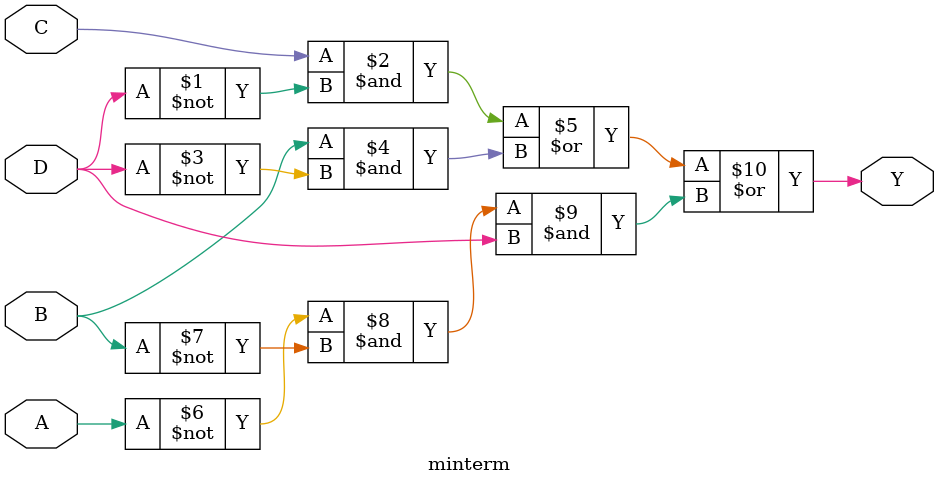
<source format=v>
module minterm (
    input A, B, C, D,
    output Y
);

assign Y = (C & ~D) | (B & ~D) | (~A & ~B & D);
//(A & ~B) | (~B & D) | (B & ~C & ~D)//; // Enter your equation here

endmodule

</source>
